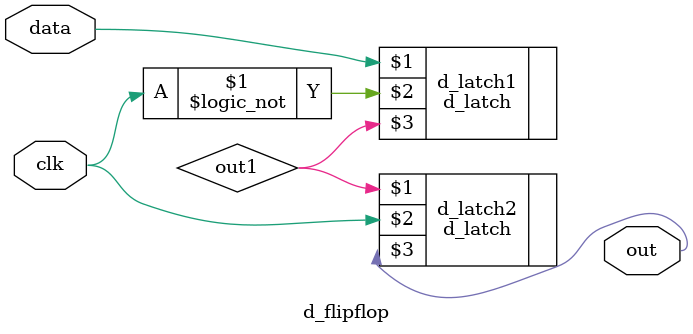
<source format=v>
`include "d_latch.v"

module d_flipflop(input data, clk, output out);
	wire out1;
	d_latch d_latch1(data, !clk, out1);
	d_latch d_latch2(out1, clk, out);
endmodule

</source>
